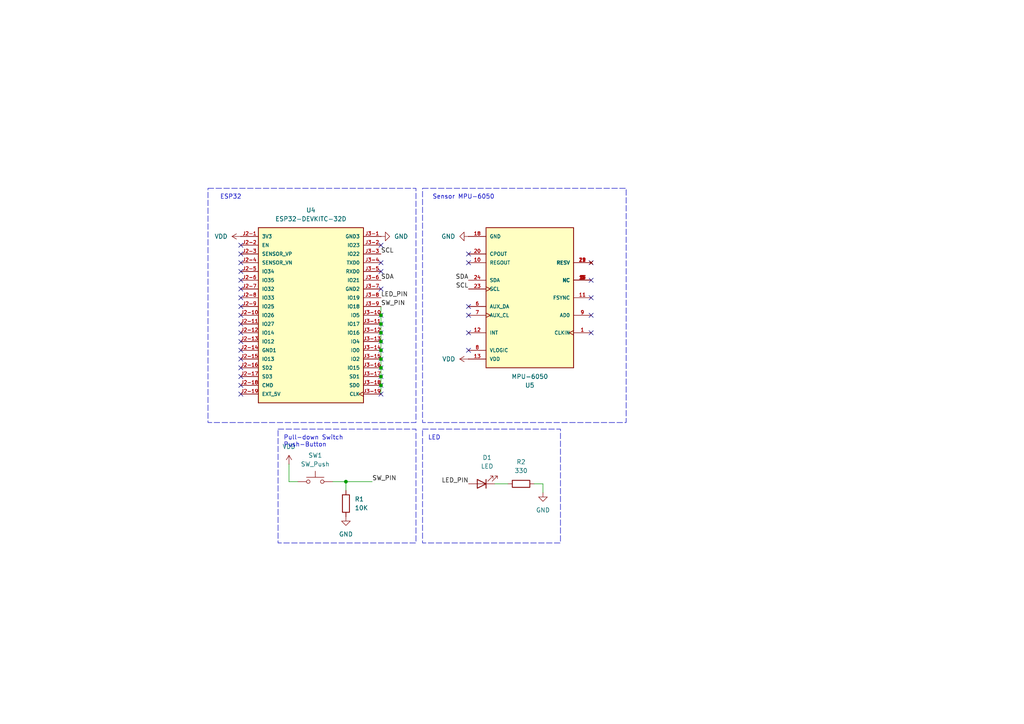
<source format=kicad_sch>
(kicad_sch (version 20231120) (generator "eeschema") (generator_version "8.0")
  (paper "A4")
  (lib_symbols
    (symbol "Device:LED" (pin_numbers hide) (pin_names (offset 1.016) hide)
      (property "Reference" "D" (at 0 2.54 0))
      (property "Value" "LED" (at 0 -2.54 0))
      (symbol "LED_0_1"
        (polyline (pts (xy -1.27 -1.27) (xy -1.27 1.27)) (stroke (width 0.254)))
        (polyline (pts (xy -1.27 0) (xy 1.27 0)))
        (polyline (pts (xy 1.27 -1.27) (xy 1.27 1.27) (xy -1.27 0) (xy 1.27 -1.27)) (stroke (width 0.254)))
        (polyline (pts (xy -3.048 -0.762) (xy -4.572 -2.286) (xy -3.81 -2.286) (xy -4.572 -2.286) (xy -4.572 -1.524)))
        (polyline (pts (xy -1.778 -0.762) (xy -3.302 -2.286) (xy -2.54 -2.286) (xy -3.302 -2.286) (xy -3.302 -1.524)))
      )
      (symbol "LED_1_1"
        (pin passive line (at -3.81 0 0) (length 2.54) (name "K") (number "1"))
        (pin passive line (at 3.81 0 180) (length 2.54) (name "A") (number "2"))
      )
    )
    (symbol "Device:R" (pin_numbers hide) (pin_names (offset 0))
      (property "Reference" "R" (at 2.032 0 90))
      (property "Value" "R" (at 0 0 90))
      (symbol "R_0_1"
        (rectangle (start -1.016 -2.54) (end 1.016 2.54) (stroke (width 0.254)))
      )
      (symbol "R_1_1"
        (pin passive line (at 0 3.81 270) (length 1.27) (name "~") (number "1"))
        (pin passive line (at 0 -3.81 90) (length 1.27) (name "~") (number "2"))
      )
    )
    (symbol "ESP32-DEVKITC-32D:ESP32-DEVKITC-32D" (pin_names (offset 1.016))
      (property "Reference" "U" (at -15.2572 26.0643 0))
      (property "Value" "ESP32-DEVKITC-32D" (at -15.2563 -27.9698 0))
      (symbol "ESP32-DEVKITC-32D_0_0"
        (rectangle (start -15.24 -25.4) (end 15.24 25.4) (stroke (width 0.254)) (fill (type background)))
        (pin power_in line (at -20.32 22.86 0) (length 5.08) (name "3V3") (number "J2-1"))
        (pin bidirectional line (at -20.32 0 0) (length 5.08) (name "IO26") (number "J2-10"))
        (pin bidirectional line (at -20.32 -2.54 0) (length 5.08) (name "IO27") (number "J2-11"))
        (pin bidirectional line (at -20.32 -5.08 0) (length 5.08) (name "IO14") (number "J2-12"))
        (pin bidirectional line (at -20.32 -7.62 0) (length 5.08) (name "IO12") (number "J2-13"))
        (pin power_in line (at -20.32 -10.16 0) (length 5.08) (name "GND1") (number "J2-14"))
        (pin bidirectional line (at -20.32 -12.7 0) (length 5.08) (name "IO13") (number "J2-15"))
        (pin bidirectional line (at -20.32 -15.24 0) (length 5.08) (name "SD2") (number "J2-16"))
        (pin bidirectional line (at -20.32 -17.78 0) (length 5.08) (name "SD3") (number "J2-17"))
        (pin bidirectional line (at -20.32 -20.32 0) (length 5.08) (name "CMD") (number "J2-18"))
        (pin power_in line (at -20.32 -22.86 0) (length 5.08) (name "EXT_5V") (number "J2-19"))
        (pin input line (at -20.32 20.32 0) (length 5.08) (name "EN") (number "J2-2"))
        (pin input line (at -20.32 17.78 0) (length 5.08) (name "SENSOR_VP") (number "J2-3"))
        (pin input line (at -20.32 15.24 0) (length 5.08) (name "SENSOR_VN") (number "J2-4"))
        (pin bidirectional line (at -20.32 12.7 0) (length 5.08) (name "IO34") (number "J2-5"))
        (pin bidirectional line (at -20.32 10.16 0) (length 5.08) (name "IO35") (number "J2-6"))
        (pin bidirectional line (at -20.32 7.62 0) (length 5.08) (name "IO32") (number "J2-7"))
        (pin bidirectional line (at -20.32 5.08 0) (length 5.08) (name "IO33") (number "J2-8"))
        (pin bidirectional line (at -20.32 2.54 0) (length 5.08) (name "IO25") (number "J2-9"))
        (pin power_in line (at 20.32 22.86 180) (length 5.08) (name "GND3") (number "J3-1"))
        (pin bidirectional line (at 20.32 0 180) (length 5.08) (name "IO5") (number "J3-10"))
        (pin bidirectional line (at 20.32 -2.54 180) (length 5.08) (name "IO17") (number "J3-11"))
        (pin bidirectional line (at 20.32 -5.08 180) (length 5.08) (name "IO16") (number "J3-12"))
        (pin bidirectional line (at 20.32 -7.62 180) (length 5.08) (name "IO4") (number "J3-13"))
        (pin bidirectional line (at 20.32 -10.16 180) (length 5.08) (name "IO0") (number "J3-14"))
        (pin bidirectional line (at 20.32 -12.7 180) (length 5.08) (name "IO2") (number "J3-15"))
        (pin bidirectional line (at 20.32 -15.24 180) (length 5.08) (name "IO15") (number "J3-16"))
        (pin bidirectional line (at 20.32 -17.78 180) (length 5.08) (name "SD1") (number "J3-17"))
        (pin bidirectional line (at 20.32 -20.32 180) (length 5.08) (name "SD0") (number "J3-18"))
        (pin input clock (at 20.32 -22.86 180) (length 5.08) (name "CLK") (number "J3-19"))
        (pin bidirectional line (at 20.32 20.32 180) (length 5.08) (name "IO23") (number "J3-2"))
        (pin bidirectional line (at 20.32 17.78 180) (length 5.08) (name "IO22") (number "J3-3"))
        (pin output line (at 20.32 15.24 180) (length 5.08) (name "TXD0") (number "J3-4"))
        (pin input line (at 20.32 12.7 180) (length 5.08) (name "RXD0") (number "J3-5"))
        (pin bidirectional line (at 20.32 10.16 180) (length 5.08) (name "IO21") (number "J3-6"))
        (pin power_in line (at 20.32 7.62 180) (length 5.08) (name "GND2") (number "J3-7"))
        (pin bidirectional line (at 20.32 5.08 180) (length 5.08) (name "IO19") (number "J3-8"))
        (pin bidirectional line (at 20.32 2.54 180) (length 5.08) (name "IO18") (number "J3-9"))
      )
    )
    (symbol "GND_1" (power) (pin_numbers hide) (pin_names (offset 0) hide)
      (property "Value" "GND" (at 0 -3.81 0))
      (symbol "GND_1_0_1"
        (polyline (pts (xy 0 0) (xy 0 -1.27) (xy 1.27 -1.27) (xy 0 -2.54) (xy -1.27 -1.27) (xy 0 -1.27)))
      )
      (symbol "GND_1_1_1"
        (pin power_in line (at 0 0 270) (length 0) (name "~") (number "1"))
      )
    )
    (symbol "MPU-6050:MPU-6050" (pin_names (offset 1.016))
      (property "Reference" "U" (at -12.7 21.082 0))
      (property "Value" "MPU-6050" (at -12.7 -22.86 0))
      (symbol "MPU-6050_0_0"
        (rectangle (start -12.7 -20.32) (end 12.7 20.32) (stroke (width 0.254)) (fill (type background)))
        (pin input clock (at -17.78 10.16 0) (length 5.08) (name "CLKIN") (number "1"))
        (pin passive line (at 17.78 -10.16 180) (length 5.08) (name "REGOUT") (number "10"))
        (pin input line (at -17.78 0 0) (length 5.08) (name "FSYNC") (number "11"))
        (pin output line (at 17.78 10.16 180) (length 5.08) (name "INT") (number "12"))
        (pin power_in line (at 17.78 17.78 180) (length 5.08) (name "VDD") (number "13"))
        (pin passive line (at -17.78 -5.08 0) (length 5.08) (name "NC") (number "14"))
        (pin passive line (at -17.78 -5.08 0) (length 5.08) (name "NC") (number "15"))
        (pin passive line (at -17.78 -5.08 0) (length 5.08) (name "NC") (number "16"))
        (pin passive line (at -17.78 -5.08 0) (length 5.08) (name "NC") (number "17"))
        (pin power_in line (at 17.78 -17.78 180) (length 5.08) (name "GND") (number "18"))
        (pin no_connect line (at -17.78 -10.16 0) (length 5.08) (name "RESV") (number "19"))
        (pin passive line (at -17.78 -5.08 0) (length 5.08) (name "NC") (number "2"))
        (pin passive line (at 17.78 -12.7 180) (length 5.08) (name "CPOUT") (number "20"))
        (pin no_connect line (at -17.78 -10.16 0) (length 5.08) (name "RESV") (number "21"))
        (pin no_connect line (at -17.78 -10.16 0) (length 5.08) (name "RESV") (number "22"))
        (pin input clock (at 17.78 -2.54 180) (length 5.08) (name "SCL") (number "23"))
        (pin bidirectional line (at 17.78 -5.08 180) (length 5.08) (name "SDA") (number "24"))
        (pin passive line (at -17.78 -5.08 0) (length 5.08) (name "NC") (number "3"))
        (pin passive line (at -17.78 -5.08 0) (length 5.08) (name "NC") (number "4"))
        (pin passive line (at -17.78 -5.08 0) (length 5.08) (name "NC") (number "5"))
        (pin bidirectional line (at 17.78 2.54 180) (length 5.08) (name "AUX_DA") (number "6"))
        (pin output clock (at 17.78 5.08 180) (length 5.08) (name "AUX_CL") (number "7"))
        (pin power_in line (at 17.78 15.24 180) (length 5.08) (name "VLOGIC") (number "8"))
        (pin input line (at -17.78 5.08 0) (length 5.08) (name "AD0") (number "9"))
      )
    )
    (symbol "Switch:SW_Push" (pin_numbers hide) (pin_names (offset 1.016) hide)
      (property "Reference" "SW" (at 1.27 2.54 0))
      (property "Value" "SW_Push" (at 0 -1.524 0))
      (symbol "SW_Push_0_1"
        (circle (center -2.032 0) (radius 0.508))
        (polyline (pts (xy 0 1.27) (xy 0 3.048)))
        (polyline (pts (xy 2.54 1.27) (xy -2.54 1.27)))
        (circle (center 2.032 0) (radius 0.508))
        (pin passive line (at -5.08 0 0) (length 2.54) (name "1") (number "1"))
        (pin passive line (at 5.08 0 180) (length 2.54) (name "2") (number "2"))
      )
    )
    (symbol "power:GND" (power) (pin_names (offset 0))
      (property "Value" "GND" (at 0 -3.81 0))
      (symbol "GND_0_1"
        (polyline (pts (xy 0 0) (xy 0 -1.27) (xy 1.27 -1.27) (xy 0 -2.54) (xy -1.27 -1.27) (xy 0 -1.27)))
      )
      (symbol "GND_1_1"
        (pin power_in line (at 0 0 270) (length 0) hide (name "GND") (number "1"))
      )
    )
    (symbol "power:VDD" (power) (pin_numbers hide) (pin_names (offset 0) hide)
      (property "Value" "VDD" (at 0 3.556 0))
      (symbol "VDD_0_1"
        (polyline (pts (xy -0.762 1.27) (xy 0 2.54)))
        (polyline (pts (xy 0 0) (xy 0 2.54)))
        (polyline (pts (xy 0 2.54) (xy 0.762 1.27)))
      )
      (symbol "VDD_1_1"
        (pin power_in line (at 0 0 90) (length 0) (name "~") (number "1"))
      )
    )
  )
  (junction (at 110.49 111.76))
  (junction (at 110.49 93.98))
  (junction (at 110.49 96.52))
  (junction (at 110.49 99.06))
  (junction (at 110.49 106.68))
  (junction (at 110.49 109.22))
  (junction (at 100.33 139.7))
  (junction (at 110.49 104.14))
  (junction (at 110.49 91.44))
  (junction (at 110.49 101.6))
  (no_connect (at 135.89 88.9))
  (no_connect (at 69.85 109.22))
  (no_connect (at 69.85 81.28))
  (no_connect (at 110.49 78.74))
  (no_connect (at 110.49 106.68))
  (no_connect (at 69.85 99.06))
  (no_connect (at 69.85 91.44))
  (no_connect (at 69.85 71.12))
  (no_connect (at 69.85 73.66))
  (no_connect (at 69.85 114.3))
  (no_connect (at 110.49 109.22))
  (no_connect (at 110.49 99.06))
  (no_connect (at 110.49 93.98))
  (no_connect (at 69.85 78.74))
  (no_connect (at 110.49 111.76))
  (no_connect (at 171.45 86.36))
  (no_connect (at 69.85 106.68))
  (no_connect (at 110.49 76.2))
  (no_connect (at 110.49 91.44))
  (no_connect (at 135.89 73.66))
  (no_connect (at 69.85 101.6))
  (no_connect (at 110.49 104.14))
  (no_connect (at 69.85 88.9))
  (no_connect (at 69.85 104.14))
  (no_connect (at 110.49 71.12))
  (no_connect (at 69.85 86.36))
  (no_connect (at 69.85 83.82))
  (no_connect (at 135.89 96.52))
  (no_connect (at 135.89 101.6))
  (no_connect (at 135.89 76.2))
  (no_connect (at 110.49 101.6))
  (no_connect (at 69.85 76.2))
  (no_connect (at 171.45 96.52))
  (no_connect (at 110.49 114.3))
  (no_connect (at 135.89 91.44))
  (no_connect (at 69.85 96.52))
  (no_connect (at 171.45 81.28))
  (no_connect (at 69.85 111.76))
  (no_connect (at 171.45 76.2))
  (no_connect (at 110.49 83.82))
  (no_connect (at 171.45 91.44))
  (no_connect (at 110.49 96.52))
  (no_connect (at 69.85 93.98))
  (wire (pts (xy 110.49 99.06) (xy 110.49 101.6)))
  (wire (pts (xy 110.49 106.68) (xy 110.49 109.22)))
  (wire (pts (xy 157.48 140.335) (xy 157.48 142.875)))
  (wire (pts (xy 110.49 109.22) (xy 110.49 111.76)))
  (wire (pts (xy 110.49 101.6) (xy 110.49 104.14)))
  (wire (pts (xy 110.49 93.98) (xy 110.49 96.52)))
  (wire (pts (xy 110.49 88.9) (xy 110.49 91.44)))
  (wire (pts (xy 110.49 104.14) (xy 110.49 106.68)))
  (wire (pts (xy 100.33 139.7) (xy 100.33 142.24)))
  (wire (pts (xy 154.94 140.335) (xy 157.48 140.335)))
  (wire (pts (xy 100.33 139.7) (xy 107.95 139.7)))
  (wire (pts (xy 83.82 139.7) (xy 86.36 139.7)))
  (wire (pts (xy 110.49 96.52) (xy 110.49 99.06)))
  (wire (pts (xy 143.51 140.335) (xy 147.32 140.335)))
  (wire (pts (xy 110.49 111.76) (xy 110.49 114.3)))
  (wire (pts (xy 110.49 91.44) (xy 110.49 93.98)))
  (wire (pts (xy 96.52 139.7) (xy 100.33 139.7)))
  (wire (pts (xy 83.82 134.62) (xy 83.82 139.7)))
  (rectangle (start 122.555 124.46) (end 162.56 157.48) (stroke (width 0) (type dash)))
  (rectangle (start 122.555 54.61) (end 181.61 122.555) (stroke (width 0) (type dash)))
  (rectangle (start 80.645 124.46) (end 120.65 157.48) (stroke (width 0) (type dash)))
  (rectangle (start 60.325 54.61) (end 120.65 122.555) (stroke (width 0) (type dash)))
  (text_box "ESP32" (at 62.865 55.245 0) (size 32.385 3.175) (stroke (width -0.0001)) (effects (font (size 1.27 1.27)) (justify left top)))
  (text_box "Pull-down Switch Push-Button" (at 81.28 125.095 0) (size 32.385 3.175) (stroke (width -0.0001)) (effects (font (size 1.27 1.27)) (justify left top)))
  (text_box "Sensor MPU-6050" (at 124.46 55.245 0) (size 32.385 3.175) (stroke (width -0.0001)) (effects (font (size 1.27 1.27)) (justify left top)))
  (text_box "LED" (at 123.19 125.095 0) (size 29.845 3.175) (stroke (width -0.0001)) (effects (font (size 1.27 1.27)) (justify left top)))
  (label "SCL" (at 110.49 73.66 0))
  (label "SDA" (at 135.89 81.28 180))
  (label "SCL" (at 135.89 83.82 180))
  (label "LED_PIN" (at 135.89 140.335 180))
  (label "SW_PIN" (at 110.49 88.9 0))
  (label "LED_PIN" (at 110.49 86.36 0))
  (label "SW_PIN" (at 107.95 139.7 0))
  (label "SDA" (at 110.49 81.28 0))
  (symbol (lib_id "power:VDD") (at 69.85 68.58 90) (unit 1)
    (property "Reference" "#PWR07" (effects (hide yes)))
    (property "Value" "VDD" (at 66.04 68.5799 90) (effects (justify left)))
    (property "Description" "Power symbol creates a global label with name \"VDD\"" (effects (hide yes)))
  )
  (symbol (lib_id "Device:LED") (at 139.7 140.335 180) (unit 1)
    (property "Reference" "D1" (at 141.2875 132.715 0))
    (property "Value" "LED" (at 141.2875 135.255 0))
    (property "Footprint" "LED_SMD:LED_0805_2012Metric" (effects (hide yes)))
    (property "Description" "Light emitting diode" (effects (hide yes)))
  )
  (symbol (lib_id "Device:R") (at 100.33 146.05 180) (unit 1)
    (property "Reference" "R1" (at 102.87 144.7799 0) (effects (justify right)))
    (property "Value" "10K" (at 102.87 147.3199 0) (effects (justify right)))
    (property "Footprint" "Resistor_SMD:R_0201_0603Metric" (effects (hide yes)))
    (property "Description" "Resistor" (effects (hide yes)))
  )
  (symbol (lib_id "power:GND") (at 157.48 142.875 0) (unit 1)
    (property "Reference" "#PWR04" (effects (hide yes)))
    (property "Value" "GND" (at 157.48 147.955 0))
    (property "Description" "Power symbol creates a global label with name \"GND\" , ground" (effects (hide yes)))
  )
  (symbol (lib_id "Device:R") (at 151.13 140.335 270) (unit 1)
    (property "Reference" "R2" (at 151.13 133.985 90))
    (property "Value" "330" (at 151.13 136.525 90))
    (property "Footprint" "Resistor_SMD:R_0201_0603Metric" (effects (hide yes)))
    (property "Description" "Resistor" (effects (hide yes)))
  )
  (symbol (lib_id "power:GND") (at 100.33 149.86 0) (unit 1)
    (property "Reference" "#PWR03" (effects (hide yes)))
    (property "Value" "GND" (at 100.33 154.94 0))
    (property "Description" "Power symbol creates a global label with name \"GND\" , ground" (effects (hide yes)))
  )
  (symbol (lib_id "power:VDD") (at 83.82 134.62 0) (unit 1)
    (property "Reference" "#PWR05" (effects (hide yes)))
    (property "Value" "VDD" (at 83.82 129.54 0))
    (property "Description" "Power symbol creates a global label with name \"VDD\"" (effects (hide yes)))
  )
  (symbol (lib_id "MPU-6050:MPU-6050") (at 153.67 86.36 180) (unit 1)
    (property "Reference" "U5" (at 153.67 111.76 0))
    (property "Value" "MPU-6050" (at 153.67 109.22 0))
    (property "Footprint" "MPU-6050:QFN50P400X400X95-24N" (effects (hide yes)))
    (property "MF" "TDK InvenSense" (effects (hide yes)))
    (property "MAXIMUM_PACKAGE_HEIGHT" "0.95mm" (effects (hide yes)))
    (property "Package" "QFN-24 InvenSense" (effects (hide yes)))
    (property "Price" "None" (effects (hide yes)))
    (property "Check_prices" "https://www.snapeda.com/parts/MPU-6050/TDK+InvenSense/view-part/?ref=eda" (effects (hide yes)))
    (property "STANDARD" "IPC-7351B" (effects (hide yes)))
    (property "PARTREV" "3.4" (effects (hide yes)))
    (property "SnapEDA_Link" "https://www.snapeda.com/parts/MPU-6050/TDK+InvenSense/view-part/?ref=snap" (effects (hide yes)))
    (property "MP" "MPU-6050" (effects (hide yes)))
    (property "Description_1" "\nMPU-6050 series Accelerometer, Gyroscope, 3 Axis Sensor Evaluation Board\n" (effects (hide yes)))
    (property "Availability" "In Stock" (effects (hide yes)))
    (property "MANUFACTURER" "InvenSense" (effects (hide yes)))
  )
  (symbol (lib_id "Switch:SW_Push") (at 91.44 139.7 0) (unit 1)
    (property "Reference" "SW1" (at 91.44 132.08 0))
    (property "Value" "SW_Push" (at 91.44 134.62 0))
    (property "Footprint" "Button_Switch_THT:SW_PUSH_1P1T_6x3.5mm_H4.3_APEM_MJTP1243" (effects (hide yes)))
    (property "Description" "Push button switch, generic, two pins" (effects (hide yes)))
  )
  (symbol (lib_name "GND_1") (lib_id "power:GND") (at 135.89 68.58 270) (unit 1)
    (property "Reference" "#PWR09" (effects (hide yes)))
    (property "Value" "GND" (at 132.08 68.5801 90) (effects (justify right)))
    (property "Description" "Power symbol creates a global label with name \"GND\" , ground" (effects (hide yes)))
  )
  (symbol (lib_id "ESP32-DEVKITC-32D:ESP32-DEVKITC-32D") (at 90.17 91.44 0) (unit 1)
    (property "Reference" "U4" (at 90.17 60.96 0))
    (property "Value" "ESP32-DEVKITC-32D" (at 90.17 63.5 0))
    (property "Footprint" "ESP32-DEVKITC-32D:MODULE_ESP32-DEVKITC-32D" (effects (hide yes)))
    (property "MF" "Espressif Systems" (effects (hide yes)))
    (property "MAXIMUM_PACKAGE_HEIGHT" "N/A" (effects (hide yes)))
    (property "Package" "None" (effects (hide yes)))
    (property "Price" "None" (effects (hide yes)))
    (property "Check_prices" "https://www.snapeda.com/parts/ESP32-DEVKITC-32D/Espressif+Systems/view-part/?ref=eda" (effects (hide yes)))
    (property "STANDARD" "Manufacturer Recommendations" (effects (hide yes)))
    (property "PARTREV" "V4" (effects (hide yes)))
    (property "SnapEDA_Link" "https://www.snapeda.com/parts/ESP32-DEVKITC-32D/Espressif+Systems/view-part/?ref=snap" (effects (hide yes)))
    (property "MP" "ESP32-DEVKITC-32D" (effects (hide yes)))
    (property "Description_1" "\nWiFi Development Tools (802.11) ESP32 General Development Kit, ESP32-WROOM-32D on the board\n" (effects (hide yes)))
    (property "MANUFACTURER" "Espressif Systems" (effects (hide yes)))
    (property "Availability" "In Stock" (effects (hide yes)))
    (property "SNAPEDA_PN" "ESP32-DEVKITC-32D" (effects (hide yes)))
  )
  (symbol (lib_name "GND_1") (lib_id "power:GND") (at 110.49 68.58 90) (unit 1)
    (property "Reference" "#PWR06" (effects (hide yes)))
    (property "Value" "GND" (at 114.3 68.5799 90) (effects (justify right)))
    (property "Description" "Power symbol creates a global label with name \"GND\" , ground" (effects (hide yes)))
  )
  (symbol (lib_id "power:VDD") (at 135.89 104.14 90) (unit 1)
    (property "Reference" "#PWR08" (effects (hide yes)))
    (property "Value" "VDD" (at 132.08 104.1401 90) (effects (justify left)))
    (property "Description" "Power symbol creates a global label with name \"VDD\"" (effects (hide yes)))
  )
)
</source>
